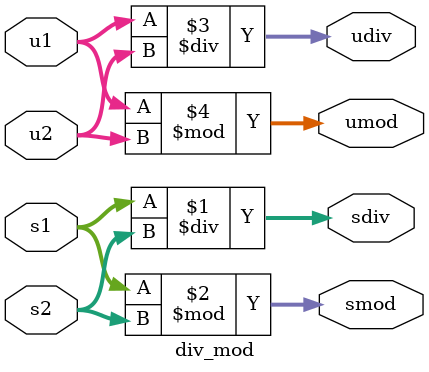
<source format=v>
module div_mod(
  input  signed[7:0] s1,s2,    // signed inputs
  input  [7:0] u1,u2,          // unsigned inputs
  output signed [7:0] sdiv,smod,// signed division & modulus
  output [7:0] udiv,umod // unsigned division & modulus
);

  // Signed operations
  assign sdiv = s1 / s2;
  assign smod = s1 % s2;

  // Unsigned operations
  assign udiv = u1 / u2;
  assign umod = u1 % u2;

endmodule


</source>
